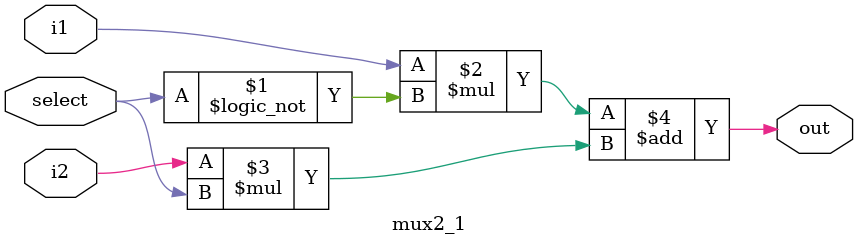
<source format=v>
/* mux _1 declaration
saved in  file hmux2_1.v */
module mux2_1(i1, i2, select, out);
    input i1, i2, select;
    output out;
    //wire select_inv;
    //wire a1_o, a2_o;
    //not n1(select_inv,select);
    //and a1(a1_o, a, select_inv);
    //and a1(a2_o, b, select);
    //or o1(out, a1_o, a2_o);
    assign out = i1 * !select + i2 * select;
endmodule


</source>
